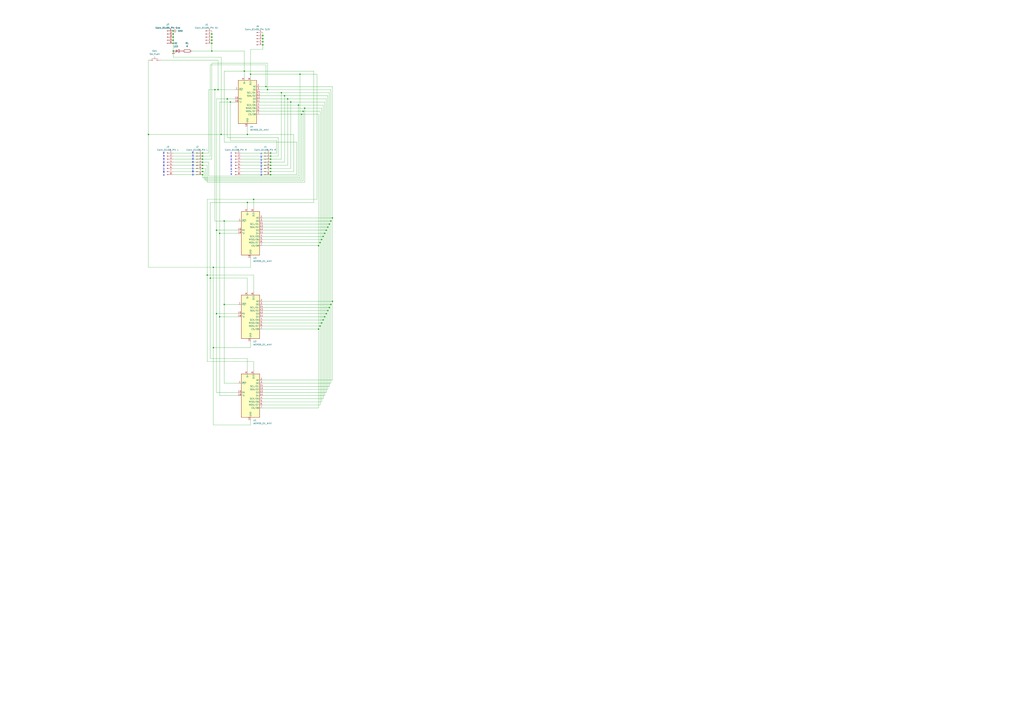
<source format=kicad_sch>
(kicad_sch (version 20231120) (generator "eeschema") (generator_version "8.0")
  (paper "A1")
  (lib_symbols
    (symbol "Connector:Conn_01x05_Pin" (pin_names (offset 1.016) hide)
      (property "Reference" "J" (at 0 7.62 0))
      (property "Value" "Conn_01x05_Pin" (at 0 -7.62 0))
      (symbol "Conn_01x05_Pin_1_1"
        (polyline (pts (xy 1.27 -5.08) (xy 0.8636 -5.08)) (stroke (width 0.1524)))
        (polyline (pts (xy 1.27 -2.54) (xy 0.8636 -2.54)) (stroke (width 0.1524)))
        (polyline (pts (xy 1.27 0) (xy 0.8636 0)) (stroke (width 0.1524)))
        (polyline (pts (xy 1.27 2.54) (xy 0.8636 2.54)) (stroke (width 0.1524)))
        (polyline (pts (xy 1.27 5.08) (xy 0.8636 5.08)) (stroke (width 0.1524)))
        (rectangle (start 0.8636 -4.953) (end 0 -5.207) (stroke (width 0.1524)) (fill (type outline)))
        (rectangle (start 0.8636 -2.413) (end 0 -2.667) (stroke (width 0.1524)) (fill (type outline)))
        (rectangle (start 0.8636 0.127) (end 0 -0.127) (stroke (width 0.1524)) (fill (type outline)))
        (rectangle (start 0.8636 2.667) (end 0 2.413) (stroke (width 0.1524)) (fill (type outline)))
        (rectangle (start 0.8636 5.207) (end 0 4.953) (stroke (width 0.1524)) (fill (type outline)))
        (pin passive line (at 5.08 5.08 180) (length 3.81) (name "Pin_1") (number "1"))
        (pin passive line (at 5.08 2.54 180) (length 3.81) (name "Pin_2") (number "2"))
        (pin passive line (at 5.08 0 180) (length 3.81) (name "Pin_3") (number "3"))
        (pin passive line (at 5.08 -2.54 180) (length 3.81) (name "Pin_4") (number "4"))
        (pin passive line (at 5.08 -5.08 180) (length 3.81) (name "Pin_5") (number "5"))
      )
    )
    (symbol "Connector:Conn_01x08_Pin" (pin_names (offset 1.016) hide)
      (property "Reference" "J" (at 0 10.16 0))
      (property "Value" "Conn_01x08_Pin" (at 0 -12.7 0))
      (symbol "Conn_01x08_Pin_1_1"
        (polyline (pts (xy 1.27 -10.16) (xy 0.8636 -10.16)) (stroke (width 0.1524)))
        (polyline (pts (xy 1.27 -7.62) (xy 0.8636 -7.62)) (stroke (width 0.1524)))
        (polyline (pts (xy 1.27 -5.08) (xy 0.8636 -5.08)) (stroke (width 0.1524)))
        (polyline (pts (xy 1.27 -2.54) (xy 0.8636 -2.54)) (stroke (width 0.1524)))
        (polyline (pts (xy 1.27 0) (xy 0.8636 0)) (stroke (width 0.1524)))
        (polyline (pts (xy 1.27 2.54) (xy 0.8636 2.54)) (stroke (width 0.1524)))
        (polyline (pts (xy 1.27 5.08) (xy 0.8636 5.08)) (stroke (width 0.1524)))
        (polyline (pts (xy 1.27 7.62) (xy 0.8636 7.62)) (stroke (width 0.1524)))
        (rectangle (start 0.8636 -10.033) (end 0 -10.287) (stroke (width 0.1524)) (fill (type outline)))
        (rectangle (start 0.8636 -7.493) (end 0 -7.747) (stroke (width 0.1524)) (fill (type outline)))
        (rectangle (start 0.8636 -4.953) (end 0 -5.207) (stroke (width 0.1524)) (fill (type outline)))
        (rectangle (start 0.8636 -2.413) (end 0 -2.667) (stroke (width 0.1524)) (fill (type outline)))
        (rectangle (start 0.8636 0.127) (end 0 -0.127) (stroke (width 0.1524)) (fill (type outline)))
        (rectangle (start 0.8636 2.667) (end 0 2.413) (stroke (width 0.1524)) (fill (type outline)))
        (rectangle (start 0.8636 5.207) (end 0 4.953) (stroke (width 0.1524)) (fill (type outline)))
        (rectangle (start 0.8636 7.747) (end 0 7.493) (stroke (width 0.1524)) (fill (type outline)))
        (pin passive line (at 5.08 7.62 180) (length 3.81) (name "Pin_1") (number "1"))
        (pin passive line (at 5.08 5.08 180) (length 3.81) (name "Pin_2") (number "2"))
        (pin passive line (at 5.08 2.54 180) (length 3.81) (name "Pin_3") (number "3"))
        (pin passive line (at 5.08 0 180) (length 3.81) (name "Pin_4") (number "4"))
        (pin passive line (at 5.08 -2.54 180) (length 3.81) (name "Pin_5") (number "5"))
        (pin passive line (at 5.08 -5.08 180) (length 3.81) (name "Pin_6") (number "6"))
        (pin passive line (at 5.08 -7.62 180) (length 3.81) (name "Pin_7") (number "7"))
        (pin passive line (at 5.08 -10.16 180) (length 3.81) (name "Pin_8") (number "8"))
      )
    )
    (symbol "Device:LED" (pin_numbers hide) (pin_names (offset 1.016) hide)
      (property "Reference" "D" (at 0 2.54 0))
      (property "Value" "LED" (at 0 -2.54 0))
      (symbol "LED_0_1"
        (polyline (pts (xy -1.27 -1.27) (xy -1.27 1.27)) (stroke (width 0.254)))
        (polyline (pts (xy -1.27 0) (xy 1.27 0)))
        (polyline (pts (xy 1.27 -1.27) (xy 1.27 1.27) (xy -1.27 0) (xy 1.27 -1.27)) (stroke (width 0.254)))
        (polyline (pts (xy -3.048 -0.762) (xy -4.572 -2.286) (xy -3.81 -2.286) (xy -4.572 -2.286) (xy -4.572 -1.524)))
        (polyline (pts (xy -1.778 -0.762) (xy -3.302 -2.286) (xy -2.54 -2.286) (xy -3.302 -2.286) (xy -3.302 -1.524)))
      )
      (symbol "LED_1_1"
        (pin passive line (at -3.81 0 0) (length 2.54) (name "K") (number "1"))
        (pin passive line (at 3.81 0 180) (length 2.54) (name "A") (number "2"))
      )
    )
    (symbol "Device:R" (pin_numbers hide) (pin_names (offset 0))
      (property "Reference" "R" (at 2.032 0 90))
      (property "Value" "R" (at 0 0 90))
      (symbol "R_0_1"
        (rectangle (start -1.016 -2.54) (end 1.016 2.54) (stroke (width 0.254)))
      )
      (symbol "R_1_1"
        (pin passive line (at 0 3.81 270) (length 1.27) (name "~") (number "1"))
        (pin passive line (at 0 -3.81 90) (length 1.27) (name "~") (number "2"))
      )
    )
    (symbol "RF_Module:WEMOS_D1_mini"
      (property "Reference" "U" (at 3.81 19.05 0))
      (property "Value" "WEMOS_D1_mini" (at 1.27 -19.05 0))
      (symbol "WEMOS_D1_mini_1_1"
        (rectangle (start -7.62 17.78) (end 7.62 -17.78) (stroke (width 0.254)) (fill (type background)))
        (pin input line (at -10.16 10.16 0) (length 2.54) (name "~{RST}") (number "1"))
        (pin power_in line (at 0 -20.32 90) (length 2.54) (name "GND") (number "10"))
        (pin bidirectional line (at 10.16 0 180) (length 2.54) (name "D4") (number "11"))
        (pin bidirectional line (at 10.16 2.54 180) (length 2.54) (name "D3") (number "12"))
        (pin bidirectional line (at 10.16 5.08 180) (length 2.54) (name "SDA/D2") (number "13"))
        (pin bidirectional line (at 10.16 7.62 180) (length 2.54) (name "SCL/D1") (number "14"))
        (pin input line (at -10.16 2.54 0) (length 2.54) (name "RX") (number "15"))
        (pin output line (at -10.16 0 0) (length 2.54) (name "TX") (number "16"))
        (pin input line (at 10.16 12.7 180) (length 2.54) (name "A0") (number "2"))
        (pin bidirectional line (at 10.16 10.16 180) (length 2.54) (name "D0") (number "3"))
        (pin bidirectional line (at 10.16 -2.54 180) (length 2.54) (name "SCK/D5") (number "4"))
        (pin bidirectional line (at 10.16 -5.08 180) (length 2.54) (name "MISO/D6") (number "5"))
        (pin bidirectional line (at 10.16 -7.62 180) (length 2.54) (name "MOSI/D7") (number "6"))
        (pin bidirectional line (at 10.16 -10.16 180) (length 2.54) (name "CS/D8") (number "7"))
        (pin power_out line (at 2.54 20.32 270) (length 2.54) (name "3V3") (number "8"))
        (pin power_in line (at -2.54 20.32 270) (length 2.54) (name "5V") (number "9"))
      )
    )
    (symbol "Switch:SW_Push" (pin_numbers hide) (pin_names (offset 1.016) hide)
      (property "Reference" "SW" (at 1.27 2.54 0))
      (property "Value" "SW_Push" (at 0 -1.524 0))
      (symbol "SW_Push_0_1"
        (circle (center -2.032 0) (radius 0.508))
        (polyline (pts (xy 0 1.27) (xy 0 3.048)))
        (polyline (pts (xy 2.54 1.27) (xy -2.54 1.27)))
        (circle (center 2.032 0) (radius 0.508))
        (pin passive line (at -5.08 0 0) (length 2.54) (name "1") (number "1"))
        (pin passive line (at 5.08 0 180) (length 2.54) (name "2") (number "2"))
      )
    )
    (symbol "power:GND" (power) (pin_numbers hide) (pin_names (offset 0) hide)
      (property "Value" "GND" (at 0 -3.81 0))
      (symbol "GND_0_1"
        (polyline (pts (xy 0 0) (xy 0 -1.27) (xy 1.27 -1.27) (xy 0 -2.54) (xy -1.27 -1.27) (xy 0 -1.27)))
      )
      (symbol "GND_1_1"
        (pin power_in line (at 0 0 270) (length 0) (name "~") (number "1"))
      )
    )
  )
  (junction (at 247.65 93.98))
  (junction (at 177.8 257.81))
  (junction (at 173.99 27.94))
  (junction (at 166.37 143.51))
  (junction (at 250.19 88.9))
  (junction (at 267.97 257.81))
  (junction (at 271.78 250.19))
  (junction (at 218.44 71.12))
  (junction (at 270.51 252.73))
  (junction (at 142.24 25.4))
  (junction (at 166.37 133.35))
  (junction (at 248.92 91.44))
  (junction (at 142.24 41.91))
  (junction (at 264.16 265.43))
  (junction (at 179.07 73.66))
  (junction (at 175.26 285.75))
  (junction (at 269.24 186.69))
  (junction (at 180.34 260.35))
  (junction (at 222.25 135.89))
  (junction (at 262.89 267.97))
  (junction (at 273.05 179.07))
  (junction (at 222.25 125.73))
  (junction (at 173.99 30.48))
  (junction (at 222.25 128.27))
  (junction (at 266.7 191.77))
  (junction (at 262.89 199.39))
  (junction (at 265.43 262.89))
  (junction (at 166.37 128.27))
  (junction (at 205.74 60.96))
  (junction (at 173.99 41.91))
  (junction (at 266.7 260.35))
  (junction (at 142.24 27.94))
  (junction (at 271.78 181.61))
  (junction (at 121.92 110.49))
  (junction (at 142.24 33.02))
  (junction (at 166.37 138.43))
  (junction (at 173.99 35.56))
  (junction (at 267.97 189.23))
  (junction (at 173.99 33.02))
  (junction (at 222.25 138.43))
  (junction (at 261.62 201.93))
  (junction (at 170.18 226.06))
  (junction (at 264.16 196.85))
  (junction (at 273.05 247.65))
  (junction (at 222.25 143.51))
  (junction (at 233.68 78.74))
  (junction (at 261.62 270.51))
  (junction (at 172.72 228.6))
  (junction (at 208.28 163.83))
  (junction (at 222.25 140.97))
  (junction (at 184.15 181.61))
  (junction (at 265.43 194.31))
  (junction (at 203.2 110.49))
  (junction (at 270.51 184.15))
  (junction (at 238.76 83.82))
  (junction (at 184.15 250.19))
  (junction (at 245.11 86.36))
  (junction (at 176.53 73.66))
  (junction (at 219.71 73.66))
  (junction (at 215.9 36.83))
  (junction (at 166.37 140.97))
  (junction (at 246.38 60.96))
  (junction (at 181.61 110.49))
  (junction (at 200.66 58.42))
  (junction (at 231.14 76.2))
  (junction (at 215.9 31.75))
  (junction (at 222.25 130.81))
  (junction (at 215.9 34.29))
  (junction (at 166.37 135.89))
  (junction (at 236.22 81.28))
  (junction (at 166.37 125.73))
  (junction (at 186.69 81.28))
  (junction (at 175.26 219.71))
  (junction (at 222.25 133.35))
  (junction (at 177.8 189.23))
  (junction (at 180.34 191.77))
  (junction (at 166.37 130.81))
  (junction (at 269.24 255.27))
  (junction (at 203.2 166.37))
  (junction (at 142.24 35.56))
  (junction (at 142.24 30.48))
  (junction (at 215.9 29.21))
  (junction (at 189.23 83.82))
  (wire (pts (xy 265.43 262.89) (xy 265.43 327.66)))
  (wire (pts (xy 233.68 78.74) (xy 269.24 78.74)))
  (wire (pts (xy 172.72 53.34) (xy 172.72 128.27)))
  (wire (pts (xy 200.66 58.42) (xy 257.81 58.42)))
  (wire (pts (xy 198.12 130.81) (xy 222.25 130.81)))
  (wire (pts (xy 177.8 81.28) (xy 177.8 189.23)))
  (wire (pts (xy 157.48 41.91) (xy 173.99 41.91)))
  (wire (pts (xy 170.18 297.18) (xy 208.28 297.18)))
  (wire (pts (xy 215.9 199.39) (xy 262.89 199.39)))
  (wire (pts (xy 195.58 260.35) (xy 180.34 260.35)))
  (wire (pts (xy 203.2 110.49) (xy 181.61 110.49)))
  (wire (pts (xy 186.69 113.03) (xy 228.6 113.03)))
  (wire (pts (xy 247.65 147.32) (xy 167.64 147.32)))
  (wire (pts (xy 215.9 327.66) (xy 265.43 327.66)))
  (wire (pts (xy 171.45 144.78) (xy 171.45 133.35)))
  (wire (pts (xy 173.99 30.48) (xy 173.99 33.02)))
  (wire (pts (xy 231.14 76.2) (xy 231.14 130.81)))
  (wire (pts (xy 198.12 128.27) (xy 222.25 128.27)))
  (wire (pts (xy 180.34 83.82) (xy 189.23 83.82)))
  (wire (pts (xy 200.66 58.42) (xy 200.66 63.5)))
  (wire (pts (xy 215.9 181.61) (xy 271.78 181.61)))
  (wire (pts (xy 179.07 73.66) (xy 176.53 73.66)))
  (wire (pts (xy 270.51 252.73) (xy 270.51 317.5)))
  (wire (pts (xy 205.74 212.09) (xy 205.74 219.71)))
  (wire (pts (xy 177.8 257.81) (xy 177.8 322.58)))
  (wire (pts (xy 208.28 297.18) (xy 208.28 304.8)))
  (wire (pts (xy 205.74 345.44) (xy 205.74 349.25)))
  (wire (pts (xy 265.43 194.31) (xy 265.43 262.89)))
  (wire (pts (xy 261.62 201.93) (xy 261.62 270.51)))
  (wire (pts (xy 142.24 27.94) (xy 142.24 30.48)))
  (wire (pts (xy 203.2 166.37) (xy 172.72 166.37)))
  (wire (pts (xy 173.99 41.91) (xy 200.66 41.91)))
  (wire (pts (xy 208.28 163.83) (xy 208.28 171.45)))
  (wire (pts (xy 245.11 86.36) (xy 265.43 86.36)))
  (wire (pts (xy 176.53 181.61) (xy 184.15 181.61)))
  (wire (pts (xy 142.24 133.35) (xy 166.37 133.35)))
  (wire (pts (xy 222.25 143.51) (xy 243.84 143.51)))
  (wire (pts (xy 264.16 196.85) (xy 264.16 265.43)))
  (wire (pts (xy 213.36 76.2) (xy 231.14 76.2)))
  (wire (pts (xy 142.24 41.91) (xy 142.24 46.99)))
  (wire (pts (xy 215.9 34.29) (xy 215.9 36.83)))
  (wire (pts (xy 215.9 36.83) (xy 215.9 40.64)))
  (wire (pts (xy 219.71 52.07) (xy 173.99 52.07)))
  (wire (pts (xy 269.24 78.74) (xy 269.24 186.69)))
  (wire (pts (xy 184.15 181.61) (xy 184.15 250.19)))
  (wire (pts (xy 166.37 128.27) (xy 172.72 128.27)))
  (wire (pts (xy 215.9 335.28) (xy 261.62 335.28)))
  (wire (pts (xy 173.99 52.07) (xy 173.99 130.81)))
  (wire (pts (xy 176.53 73.66) (xy 176.53 181.61)))
  (wire (pts (xy 215.9 179.07) (xy 273.05 179.07)))
  (wire (pts (xy 195.58 191.77) (xy 180.34 191.77)))
  (wire (pts (xy 142.24 30.48) (xy 142.24 33.02)))
  (wire (pts (xy 267.97 81.28) (xy 267.97 189.23)))
  (wire (pts (xy 205.74 280.67) (xy 205.74 285.75)))
  (wire (pts (xy 213.36 78.74) (xy 233.68 78.74)))
  (wire (pts (xy 238.76 83.82) (xy 238.76 138.43)))
  (wire (pts (xy 238.76 83.82) (xy 266.7 83.82)))
  (wire (pts (xy 215.9 320.04) (xy 269.24 320.04)))
  (wire (pts (xy 260.35 60.96) (xy 260.35 163.83)))
  (wire (pts (xy 205.74 219.71) (xy 175.26 219.71)))
  (wire (pts (xy 173.99 25.4) (xy 173.99 27.94)))
  (wire (pts (xy 180.34 191.77) (xy 180.34 260.35)))
  (wire (pts (xy 215.9 332.74) (xy 262.89 332.74)))
  (wire (pts (xy 193.04 73.66) (xy 179.07 73.66)))
  (wire (pts (xy 267.97 257.81) (xy 267.97 322.58)))
  (wire (pts (xy 260.35 163.83) (xy 208.28 163.83)))
  (wire (pts (xy 213.36 83.82) (xy 238.76 83.82)))
  (wire (pts (xy 273.05 247.65) (xy 273.05 179.07)))
  (wire (pts (xy 241.3 110.49) (xy 241.3 140.97)))
  (wire (pts (xy 142.24 35.56) (xy 142.24 41.91)))
  (wire (pts (xy 222.25 130.81) (xy 231.14 130.81)))
  (wire (pts (xy 208.28 226.06) (xy 170.18 226.06)))
  (wire (pts (xy 175.26 285.75) (xy 175.26 349.25)))
  (wire (pts (xy 261.62 270.51) (xy 261.62 335.28)))
  (wire (pts (xy 166.37 140.97) (xy 167.64 140.97)))
  (wire (pts (xy 261.62 93.98) (xy 261.62 201.93)))
  (wire (pts (xy 142.24 135.89) (xy 166.37 135.89)))
  (wire (pts (xy 215.9 314.96) (xy 271.78 314.96)))
  (wire (pts (xy 198.12 125.73) (xy 222.25 125.73)))
  (wire (pts (xy 233.68 78.74) (xy 233.68 133.35)))
  (wire (pts (xy 265.43 86.36) (xy 265.43 194.31)))
  (wire (pts (xy 213.36 86.36) (xy 245.11 86.36)))
  (wire (pts (xy 193.04 81.28) (xy 186.69 81.28)))
  (wire (pts (xy 215.9 262.89) (xy 265.43 262.89)))
  (wire (pts (xy 215.9 184.15) (xy 270.51 184.15)))
  (wire (pts (xy 245.11 86.36) (xy 245.11 144.78)))
  (wire (pts (xy 189.23 83.82) (xy 193.04 83.82)))
  (wire (pts (xy 213.36 88.9) (xy 250.19 88.9)))
  (wire (pts (xy 215.9 29.21) (xy 215.9 31.75)))
  (wire (pts (xy 142.24 25.4) (xy 142.24 27.94)))
  (wire (pts (xy 215.9 252.73) (xy 270.51 252.73)))
  (wire (pts (xy 273.05 312.42) (xy 273.05 247.65)))
  (wire (pts (xy 205.74 285.75) (xy 175.26 285.75)))
  (wire (pts (xy 142.24 125.73) (xy 166.37 125.73)))
  (wire (pts (xy 180.34 191.77) (xy 180.34 83.82)))
  (wire (pts (xy 257.81 166.37) (xy 203.2 166.37)))
  (wire (pts (xy 170.18 226.06) (xy 170.18 297.18)))
  (wire (pts (xy 236.22 81.28) (xy 236.22 135.89)))
  (wire (pts (xy 215.9 26.67) (xy 215.9 29.21)))
  (wire (pts (xy 171.45 73.66) (xy 171.45 125.73)))
  (wire (pts (xy 205.74 60.96) (xy 205.74 63.5)))
  (wire (pts (xy 198.12 133.35) (xy 222.25 133.35)))
  (wire (pts (xy 173.99 35.56) (xy 173.99 41.91)))
  (wire (pts (xy 270.51 76.2) (xy 270.51 184.15)))
  (wire (pts (xy 215.9 312.42) (xy 273.05 312.42)))
  (wire (pts (xy 200.66 58.42) (xy 184.15 58.42)))
  (wire (pts (xy 273.05 247.65) (xy 215.9 247.65)))
  (wire (pts (xy 166.37 133.35) (xy 171.45 133.35)))
  (wire (pts (xy 245.11 144.78) (xy 171.45 144.78)))
  (wire (pts (xy 121.92 110.49) (xy 121.92 219.71)))
  (wire (pts (xy 247.65 93.98) (xy 261.62 93.98)))
  (wire (pts (xy 142.24 140.97) (xy 166.37 140.97)))
  (wire (pts (xy 213.36 73.66) (xy 219.71 73.66)))
  (wire (pts (xy 203.2 171.45) (xy 203.2 166.37)))
  (wire (pts (xy 200.66 41.91) (xy 200.66 58.42)))
  (wire (pts (xy 248.92 91.44) (xy 262.89 91.44)))
  (wire (pts (xy 262.89 199.39) (xy 262.89 267.97)))
  (wire (pts (xy 175.26 219.71) (xy 175.26 285.75)))
  (wire (pts (xy 177.8 322.58) (xy 195.58 322.58)))
  (wire (pts (xy 266.7 260.35) (xy 266.7 325.12)))
  (wire (pts (xy 215.9 265.43) (xy 264.16 265.43)))
  (wire (pts (xy 222.25 128.27) (xy 228.6 128.27)))
  (wire (pts (xy 218.44 71.12) (xy 273.05 71.12)))
  (wire (pts (xy 222.25 133.35) (xy 233.68 133.35)))
  (wire (pts (xy 180.34 260.35) (xy 180.34 325.12)))
  (wire (pts (xy 269.24 186.69) (xy 269.24 255.27)))
  (wire (pts (xy 266.7 191.77) (xy 266.7 260.35)))
  (wire (pts (xy 170.18 226.06) (xy 170.18 163.83)))
  (wire (pts (xy 142.24 128.27) (xy 166.37 128.27)))
  (wire (pts (xy 132.08 49.53) (xy 179.07 49.53)))
  (wire (pts (xy 142.24 33.02) (xy 142.24 35.56)))
  (wire (pts (xy 250.19 88.9) (xy 250.19 149.86)))
  (wire (pts (xy 198.12 140.97) (xy 222.25 140.97)))
  (wire (pts (xy 173.99 27.94) (xy 173.99 30.48)))
  (wire (pts (xy 203.2 110.49) (xy 241.3 110.49)))
  (wire (pts (xy 218.44 53.34) (xy 172.72 53.34)))
  (wire (pts (xy 203.2 240.03) (xy 203.2 228.6)))
  (wire (pts (xy 269.24 255.27) (xy 269.24 320.04)))
  (wire (pts (xy 177.8 81.28) (xy 186.69 81.28)))
  (wire (pts (xy 219.71 73.66) (xy 219.71 52.07)))
  (wire (pts (xy 179.07 49.53) (xy 179.07 73.66)))
  (wire (pts (xy 208.28 240.03) (xy 208.28 226.06)))
  (wire (pts (xy 215.9 317.5) (xy 270.51 317.5)))
  (wire (pts (xy 273.05 71.12) (xy 273.05 179.07)))
  (wire (pts (xy 222.25 138.43) (xy 238.76 138.43)))
  (wire (pts (xy 213.36 91.44) (xy 248.92 91.44)))
  (wire (pts (xy 176.53 73.66) (xy 171.45 73.66)))
  (wire (pts (xy 172.72 294.64) (xy 203.2 294.64)))
  (wire (pts (xy 189.23 83.82) (xy 189.23 115.57)))
  (wire (pts (xy 166.37 125.73) (xy 171.45 125.73)))
  (wire (pts (xy 246.38 60.96) (xy 246.38 146.05)))
  (wire (pts (xy 215.9 189.23) (xy 267.97 189.23)))
  (wire (pts (xy 205.74 349.25) (xy 175.26 349.25)))
  (wire (pts (xy 195.58 250.19) (xy 184.15 250.19)))
  (wire (pts (xy 215.9 322.58) (xy 267.97 322.58)))
  (wire (pts (xy 222.25 135.89) (xy 236.22 135.89)))
  (wire (pts (xy 166.37 130.81) (xy 173.99 130.81)))
  (wire (pts (xy 250.19 149.86) (xy 170.18 149.86)))
  (wire (pts (xy 228.6 113.03) (xy 228.6 128.27)))
  (wire (pts (xy 219.71 73.66) (xy 271.78 73.66)))
  (wire (pts (xy 170.18 163.83) (xy 208.28 163.83)))
  (wire (pts (xy 166.37 146.05) (xy 246.38 146.05)))
  (wire (pts (xy 271.78 73.66) (xy 271.78 181.61)))
  (wire (pts (xy 266.7 325.12) (xy 215.9 325.12)))
  (wire (pts (xy 271.78 250.19) (xy 271.78 181.61)))
  (wire (pts (xy 180.34 325.12) (xy 195.58 325.12)))
  (wire (pts (xy 184.15 250.19) (xy 184.15 314.96)))
  (wire (pts (xy 198.12 135.89) (xy 222.25 135.89)))
  (wire (pts (xy 181.61 46.99) (xy 142.24 46.99)))
  (wire (pts (xy 215.9 260.35) (xy 266.7 260.35)))
  (wire (pts (xy 222.25 125.73) (xy 227.33 125.73)))
  (wire (pts (xy 166.37 146.05) (xy 166.37 143.51)))
  (wire (pts (xy 215.9 201.93) (xy 261.62 201.93)))
  (wire (pts (xy 168.91 148.59) (xy 168.91 138.43)))
  (wire (pts (xy 215.9 186.69) (xy 269.24 186.69)))
  (wire (pts (xy 215.9 270.51) (xy 261.62 270.51)))
  (wire (pts (xy 243.84 116.84) (xy 243.84 143.51)))
  (wire (pts (xy 142.24 130.81) (xy 166.37 130.81)))
  (wire (pts (xy 195.58 257.81) (xy 177.8 257.81)))
  (wire (pts (xy 215.9 330.2) (xy 264.16 330.2)))
  (wire (pts (xy 121.92 49.53) (xy 121.92 110.49)))
  (wire (pts (xy 227.33 115.57) (xy 227.33 125.73)))
  (wire (pts (xy 222.25 140.97) (xy 241.3 140.97)))
  (wire (pts (xy 205.74 60.96) (xy 246.38 60.96)))
  (wire (pts (xy 215.9 255.27) (xy 269.24 255.27)))
  (wire (pts (xy 270.51 252.73) (xy 270.51 184.15)))
  (wire (pts (xy 205.74 40.64) (xy 215.9 40.64)))
  (wire (pts (xy 189.23 115.57) (xy 227.33 115.57)))
  (wire (pts (xy 215.9 196.85) (xy 264.16 196.85)))
  (wire (pts (xy 262.89 267.97) (xy 262.89 332.74)))
  (wire (pts (xy 257.81 58.42) (xy 257.81 166.37)))
  (wire (pts (xy 166.37 138.43) (xy 168.91 138.43)))
  (wire (pts (xy 167.64 147.32) (xy 167.64 140.97)))
  (wire (pts (xy 205.74 40.64) (xy 205.74 60.96)))
  (wire (pts (xy 203.2 228.6) (xy 172.72 228.6)))
  (wire (pts (xy 198.12 138.43) (xy 222.25 138.43)))
  (wire (pts (xy 173.99 33.02) (xy 173.99 35.56)))
  (wire (pts (xy 215.9 194.31) (xy 265.43 194.31)))
  (wire (pts (xy 172.72 228.6) (xy 172.72 294.64)))
  (wire (pts (xy 166.37 135.89) (xy 170.18 135.89)))
  (wire (pts (xy 195.58 181.61) (xy 184.15 181.61)))
  (wire (pts (xy 247.65 93.98) (xy 247.65 147.32)))
  (wire (pts (xy 215.9 250.19) (xy 271.78 250.19)))
  (wire (pts (xy 248.92 91.44) (xy 248.92 148.59)))
  (wire (pts (xy 213.36 71.12) (xy 218.44 71.12)))
  (wire (pts (xy 121.92 110.49) (xy 181.61 110.49)))
  (wire (pts (xy 231.14 76.2) (xy 270.51 76.2)))
  (wire (pts (xy 184.15 58.42) (xy 184.15 116.84)))
  (wire (pts (xy 203.2 104.14) (xy 203.2 110.49)))
  (wire (pts (xy 218.44 71.12) (xy 218.44 53.34)))
  (wire (pts (xy 250.19 88.9) (xy 264.16 88.9)))
  (wire (pts (xy 213.36 81.28) (xy 236.22 81.28)))
  (wire (pts (xy 264.16 265.43) (xy 264.16 330.2)))
  (wire (pts (xy 181.61 110.49) (xy 181.61 46.99)))
  (wire (pts (xy 213.36 93.98) (xy 247.65 93.98)))
  (wire (pts (xy 266.7 83.82) (xy 266.7 191.77)))
  (wire (pts (xy 184.15 314.96) (xy 195.58 314.96)))
  (wire (pts (xy 195.58 189.23) (xy 177.8 189.23)))
  (wire (pts (xy 215.9 257.81) (xy 267.97 257.81)))
  (wire (pts (xy 170.18 149.86) (xy 170.18 135.89)))
  (wire (pts (xy 203.2 294.64) (xy 203.2 304.8)))
  (wire (pts (xy 184.15 116.84) (xy 243.84 116.84)))
  (wire (pts (xy 215.9 31.75) (xy 215.9 34.29)))
  (wire (pts (xy 186.69 81.28) (xy 186.69 113.03)))
  (wire (pts (xy 246.38 60.96) (xy 260.35 60.96)))
  (wire (pts (xy 142.24 138.43) (xy 166.37 138.43)))
  (wire (pts (xy 177.8 189.23) (xy 177.8 257.81)))
  (wire (pts (xy 264.16 88.9) (xy 264.16 196.85)))
  (wire (pts (xy 215.9 267.97) (xy 262.89 267.97)))
  (wire (pts (xy 267.97 189.23) (xy 267.97 257.81)))
  (wire (pts (xy 198.12 143.51) (xy 222.25 143.51)))
  (wire (pts (xy 142.24 143.51) (xy 166.37 143.51)))
  (wire (pts (xy 172.72 166.37) (xy 172.72 228.6)))
  (wire (pts (xy 262.89 91.44) (xy 262.89 199.39)))
  (wire (pts (xy 248.92 148.59) (xy 168.91 148.59)))
  (wire (pts (xy 271.78 314.96) (xy 271.78 250.19)))
  (wire (pts (xy 121.92 219.71) (xy 175.26 219.71)))
  (wire (pts (xy 215.9 191.77) (xy 266.7 191.77)))
  (wire (pts (xy 236.22 81.28) (xy 267.97 81.28)))
  (text "5V G D4 D3 D2 D1 RX TX" (at 214.63 135.128 90) (effects (font (size 0.9652 0.9652))))
  (text "3V D8 D7 D6 D5 D0 A0 RS" (at 134.62 134.874 90) (effects (font (size 0.9652 0.9652))))
  (text "5V G D4 D3 D2 D1 RX TX" (at 189.992 134.62 90) (effects (font (size 0.9652 0.9652))))
  (text "3V D8 D7 D6 D5 D0 A0 RS" (at 158.496 134.62 90) (effects (font (size 0.9652 0.9652))))
  (symbol (lib_id "Connector:Conn_01x05_Pin") (at 168.91 30.48 0) (unit 1)
    (property "Reference" "J5" (at 169.545 20.32 0))
    (property "Value" "Conn_01x05_Pin 5V" (at 169.545 22.86 0))
    (property "Footprint" "Connector_PinSocket_2.54mm:PinSocket_1x05_P2.54mm_Vertical" (effects (hide yes)))
    (property "Description" "Generic connector, single row, 01x05, script generated" (effects (hide yes)))
  )
  (symbol (lib_id "power:GND") (at 142.24 25.4 90) (unit 1)
    (property "Reference" "#PWR01" (effects (hide yes)))
    (property "Value" "GND" (at 146.05 25.3999 90) (effects (justify right)))
    (property "Description" "Power symbol creates a global label with name \"GND\" , ground" (effects (hide yes)))
  )
  (symbol (lib_id "RF_Module:WEMOS_D1_mini") (at 205.74 325.12 0) (unit 1)
    (property "Reference" "U1" (at 207.9341 345.44 0) (effects (justify left)))
    (property "Value" "WEMOS_D1_mini" (at 207.9341 347.98 0) (effects (justify left)))
    (property "Footprint" "RF_Module:WEMOS_D1_mini_light" (effects (hide yes)))
    (property "Datasheet" "https://wiki.wemos.cc/products:d1:d1_mini#documentation" (effects (hide yes)))
    (property "Description" "32-bit microcontroller module with WiFi" (effects (hide yes)))
  )
  (symbol (lib_id "Device:R") (at 153.67 41.91 90) (unit 1)
    (property "Reference" "R1" (at 153.67 35.56 90))
    (property "Value" "R" (at 153.67 38.1 90))
    (property "Footprint" "Resistor_THT:R_Axial_DIN0207_L6.3mm_D2.5mm_P7.62mm_Horizontal" (effects (hide yes)))
    (property "Description" "Resistor" (effects (hide yes)))
  )
  (symbol (lib_id "RF_Module:WEMOS_D1_mini") (at 205.74 191.77 0) (unit 1)
    (property "Reference" "U3" (at 207.9341 212.09 0) (effects (justify left)))
    (property "Value" "WEMOS_D1_mini" (at 207.9341 214.63 0) (effects (justify left)))
    (property "Footprint" "RF_Module:WEMOS_D1_mini_light" (effects (hide yes)))
    (property "Datasheet" "https://wiki.wemos.cc/products:d1:d1_mini#documentation" (effects (hide yes)))
    (property "Description" "32-bit microcontroller module with WiFi" (effects (hide yes)))
  )
  (symbol (lib_id "RF_Module:WEMOS_D1_mini") (at 203.2 83.82 0) (unit 1)
    (property "Reference" "U4" (at 205.3941 104.14 0) (effects (justify left)))
    (property "Value" "WEMOS_D1_mini" (at 205.3941 106.68 0) (effects (justify left)))
    (property "Footprint" "RF_Module:WEMOS_D1_mini_light" (effects (hide yes)))
    (property "Datasheet" "https://wiki.wemos.cc/products:d1:d1_mini#documentation" (effects (hide yes)))
    (property "Description" "32-bit microcontroller module with WiFi" (effects (hide yes)))
  )
  (symbol (lib_id "Connector:Conn_01x05_Pin") (at 137.16 30.48 0) (unit 1)
    (property "Reference" "J7" (at 137.795 20.32 0))
    (property "Value" "Conn_01x05_Pin Gnd" (at 137.795 22.86 0))
    (property "Footprint" "Connector_PinSocket_2.54mm:PinSocket_1x05_P2.54mm_Vertical" (effects (hide yes)))
    (property "Description" "Generic connector, single row, 01x05, script generated" (effects (hide yes)))
  )
  (symbol (lib_id "Connector:Conn_01x08_Pin") (at 217.17 133.35 0) (unit 1)
    (property "Reference" "J4" (at 217.805 120.65 0))
    (property "Value" "Conn_01x08_Pin R" (at 217.805 123.19 0))
    (property "Footprint" "TerminalBlock_RND:TerminalBlock_RND_205-00007_1x08_P5.00mm_Horizontal" (effects (hide yes)))
    (property "Description" "Generic connector, single row, 01x08, script generated" (effects (hide yes)))
  )
  (symbol (lib_id "Connector:Conn_01x08_Pin") (at 161.29 133.35 0) (unit 1)
    (property "Reference" "J2" (at 161.925 120.65 0))
    (property "Value" "Conn_01x08_Pin L" (at 161.925 123.19 0))
    (property "Footprint" "Connector_PinHeader_2.54mm:PinHeader_1x08_P2.54mm_Vertical" (effects (hide yes)))
    (property "Description" "Generic connector, single row, 01x08, script generated" (effects (hide yes)))
  )
  (symbol (lib_id "Device:LED") (at 146.05 41.91 0) (unit 1)
    (property "Reference" "D1" (at 144.4625 35.56 0))
    (property "Value" "LED" (at 144.4625 38.1 0))
    (property "Footprint" "LED_THT:LED_D3.0mm" (effects (hide yes)))
    (property "Description" "Light emitting diode" (effects (hide yes)))
  )
  (symbol (lib_id "RF_Module:WEMOS_D1_mini") (at 205.74 260.35 0) (unit 1)
    (property "Reference" "U2" (at 207.9341 280.67 0) (effects (justify left)))
    (property "Value" "WEMOS_D1_mini" (at 207.9341 283.21 0) (effects (justify left)))
    (property "Footprint" "RF_Module:WEMOS_D1_mini_light" (effects (hide yes)))
    (property "Datasheet" "https://wiki.wemos.cc/products:d1:d1_mini#documentation" (effects (hide yes)))
    (property "Description" "32-bit microcontroller module with WiFi" (effects (hide yes)))
  )
  (symbol (lib_id "Switch:SW_Push") (at 127 49.53 0) (unit 1)
    (property "Reference" "SW1" (at 127 41.91 0))
    (property "Value" "SW_Push" (at 127 44.45 0))
    (property "Footprint" "Button_Switch_THT:SW_PUSH_6mm_H5mm" (effects (hide yes)))
    (property "Description" "Push button switch, generic, two pins" (effects (hide yes)))
  )
  (symbol (lib_id "Connector:Conn_01x08_Pin") (at 137.16 133.35 0) (unit 1)
    (property "Reference" "J3" (at 137.795 120.65 0))
    (property "Value" "Conn_01x08_Pin L" (at 137.795 123.19 0))
    (property "Footprint" "TerminalBlock_RND:TerminalBlock_RND_205-00007_1x08_P5.00mm_Horizontal" (effects (hide yes)))
    (property "Description" "Generic connector, single row, 01x08, script generated" (effects (hide yes)))
  )
  (symbol (lib_id "Connector:Conn_01x08_Pin") (at 193.04 133.35 0) (unit 1)
    (property "Reference" "J1" (at 193.675 120.65 0))
    (property "Value" "Conn_01x08_Pin R" (at 193.675 123.19 0))
    (property "Footprint" "Connector_PinHeader_2.54mm:PinHeader_1x08_P2.54mm_Vertical" (effects (hide yes)))
    (property "Description" "Generic connector, single row, 01x08, script generated" (effects (hide yes)))
  )
  (symbol (lib_id "Connector:Conn_01x05_Pin") (at 210.82 31.75 0) (unit 1)
    (property "Reference" "J6" (at 211.455 21.59 0))
    (property "Value" "Conn_01x05_Pin 3.3V" (at 211.455 24.13 0))
    (property "Footprint" "Connector_PinSocket_2.54mm:PinSocket_1x05_P2.54mm_Vertical" (effects (hide yes)))
    (property "Description" "Generic connector, single row, 01x05, script generated" (effects (hide yes)))
  )
)
</source>
